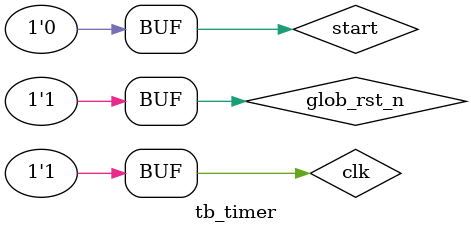
<source format=v>
`timescale 1ps/1ps
module tb_timer();
    reg clk, glob_rst_n;
    reg start;
    wire counting;
    wire timeout;

    timer #(.TIME(12), .WIDTH(4)) duv (
        .clk(clk),
        .glob_rst_n(glob_rst_n),
        .start(start),
        .counting(counting),
        .timeout(timeout)
    );

    // Generate clk
    initial begin
        clk = 1;
        repeat(100) #1 clk = ~clk;
    end

    initial begin
        glob_rst_n = 1;
        #10 glob_rst_n = 0;
        #2 glob_rst_n = 1;
        #36 glob_rst_n = 0;
        #2 glob_rst_n = 1;
    end

    initial begin
        start = 1;
        #2 start = 0;
        #14 start = 1;
        #2 start = 0;
        #40 start = 1;
        #2 start = 0;
    end
endmodule
</source>
